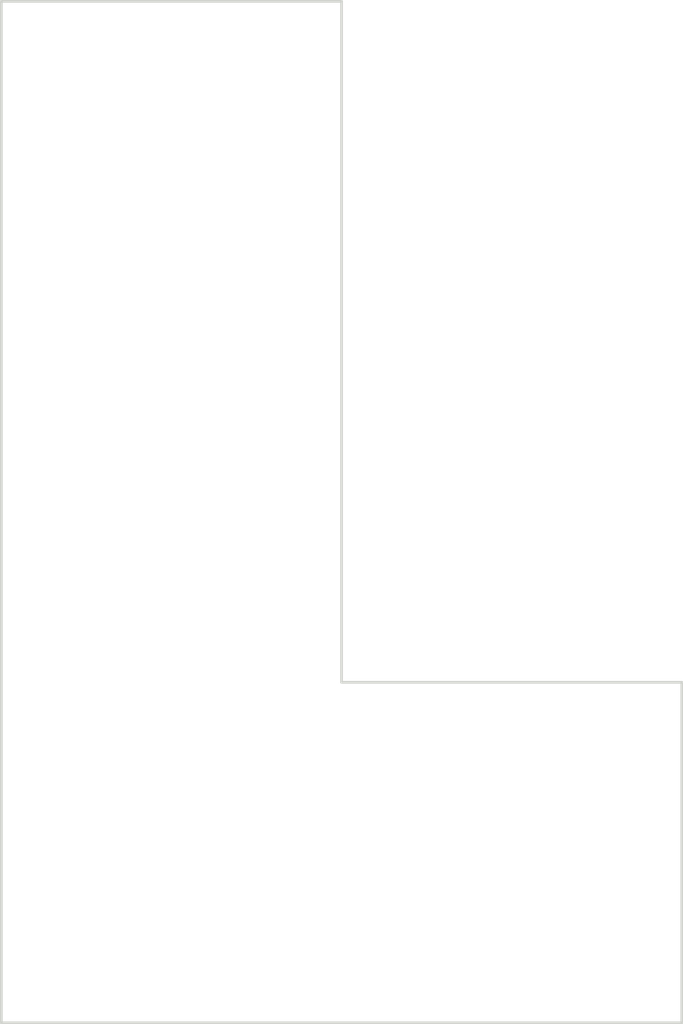
<source format=kicad_pcb>
(kicad_pcb (version 20221018) (generator pcbnew)

  (general
    (thickness 1.6)
  )

  (paper "A4")
  (layers
    (0 "F.Cu" signal)
    (31 "B.Cu" signal)
    (32 "B.Adhes" user "B.Adhesive")
    (33 "F.Adhes" user "F.Adhesive")
    (34 "B.Paste" user)
    (35 "F.Paste" user)
    (36 "B.SilkS" user "B.Silkscreen")
    (37 "F.SilkS" user "F.Silkscreen")
    (38 "B.Mask" user)
    (39 "F.Mask" user)
    (40 "Dwgs.User" user "User.Drawings")
    (41 "Cmts.User" user "User.Comments")
    (42 "Eco1.User" user "User.Eco1")
    (43 "Eco2.User" user "User.Eco2")
    (44 "Edge.Cuts" user)
    (45 "Margin" user)
    (46 "B.CrtYd" user "B.Courtyard")
    (47 "F.CrtYd" user "F.Courtyard")
    (48 "B.Fab" user)
    (49 "F.Fab" user)
    (50 "User.1" user)
    (51 "User.2" user)
    (52 "User.3" user)
    (53 "User.4" user)
    (54 "User.5" user)
    (55 "User.6" user)
    (56 "User.7" user)
    (57 "User.8" user)
    (58 "User.9" user)
  )

  (setup
    (pad_to_mask_clearance 0)
    (pcbplotparams
      (layerselection 0x00010fc_ffffffff)
      (plot_on_all_layers_selection 0x0000000_00000000)
      (disableapertmacros false)
      (usegerberextensions false)
      (usegerberattributes true)
      (usegerberadvancedattributes true)
      (creategerberjobfile true)
      (dashed_line_dash_ratio 12.000000)
      (dashed_line_gap_ratio 3.000000)
      (svgprecision 4)
      (plotframeref false)
      (viasonmask false)
      (mode 1)
      (useauxorigin false)
      (hpglpennumber 1)
      (hpglpenspeed 20)
      (hpglpendiameter 15.000000)
      (dxfpolygonmode true)
      (dxfimperialunits true)
      (dxfusepcbnewfont true)
      (psnegative false)
      (psa4output false)
      (plotreference true)
      (plotvalue true)
      (plotinvisibletext false)
      (sketchpadsonfab false)
      (subtractmaskfromsilk false)
      (outputformat 1)
      (mirror false)
      (drillshape 1)
      (scaleselection 1)
      (outputdirectory "")
    )
  )

  (net 0 "")

  (gr_line (start 125 100) (end 125 150)
    (stroke (width 0.2) (type default)) (layer "Edge.Cuts") (tstamp 089e1808-ede4-4c46-b5d8-c101a23601d5))
  (gr_line (start 150 150) (end 150 175)
    (stroke (width 0.2) (type default)) (layer "Edge.Cuts") (tstamp 7b6f42e6-a0bf-4ffd-b92b-92bce1d022b0))
  (gr_line (start 150 175) (end 100 175)
    (stroke (width 0.2) (type default)) (layer "Edge.Cuts") (tstamp 843da8e4-20d2-4766-9d13-5a5b93d04568))
  (gr_line (start 100 175) (end 100 100)
    (stroke (width 0.2) (type default)) (layer "Edge.Cuts") (tstamp 9203c536-eb9e-48a8-a7a7-d9bd210d5899))
  (gr_line (start 100 100) (end 125 100)
    (stroke (width 0.2) (type default)) (layer "Edge.Cuts") (tstamp bf865274-1353-433a-a3ca-8ff3dd631cbc))
  (gr_line (start 125 150) (end 150 150)
    (stroke (width 0.2) (type default)) (layer "Edge.Cuts") (tstamp cd0ab8ed-3588-4d5a-b125-e4d5c4e67110))

)

</source>
